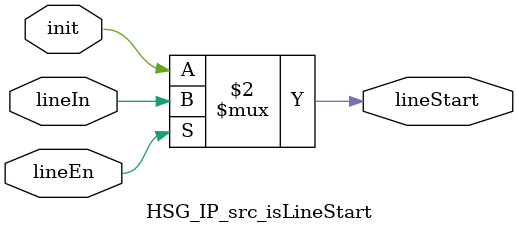
<source format=v>



`timescale 1 ns / 1 ns

module HSG_IP_src_isLineStart
          (lineEn,
           lineIn,
           init,
           lineStart);


  input   lineEn;
  input   lineIn;
  input   init;
  output  lineStart;



  assign lineStart = (lineEn == 1'b0 ? init :
              lineIn);



endmodule  // HSG_IP_src_isLineStart


</source>
